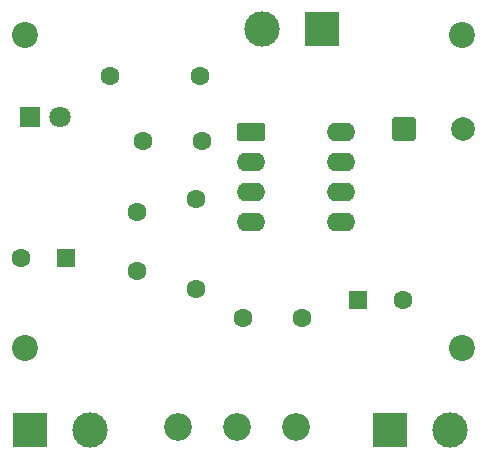
<source format=gbr>
%TF.GenerationSoftware,KiCad,Pcbnew,9.0.4*%
%TF.CreationDate,2025-08-28T09:55:45+02:00*%
%TF.ProjectId,TDA7267,54444137-3236-4372-9e6b-696361645f70,rev?*%
%TF.SameCoordinates,Original*%
%TF.FileFunction,Soldermask,Bot*%
%TF.FilePolarity,Negative*%
%FSLAX46Y46*%
G04 Gerber Fmt 4.6, Leading zero omitted, Abs format (unit mm)*
G04 Created by KiCad (PCBNEW 9.0.4) date 2025-08-28 09:55:45*
%MOMM*%
%LPD*%
G01*
G04 APERTURE LIST*
G04 Aperture macros list*
%AMRoundRect*
0 Rectangle with rounded corners*
0 $1 Rounding radius*
0 $2 $3 $4 $5 $6 $7 $8 $9 X,Y pos of 4 corners*
0 Add a 4 corners polygon primitive as box body*
4,1,4,$2,$3,$4,$5,$6,$7,$8,$9,$2,$3,0*
0 Add four circle primitives for the rounded corners*
1,1,$1+$1,$2,$3*
1,1,$1+$1,$4,$5*
1,1,$1+$1,$6,$7*
1,1,$1+$1,$8,$9*
0 Add four rect primitives between the rounded corners*
20,1,$1+$1,$2,$3,$4,$5,0*
20,1,$1+$1,$4,$5,$6,$7,0*
20,1,$1+$1,$6,$7,$8,$9,0*
20,1,$1+$1,$8,$9,$2,$3,0*%
G04 Aperture macros list end*
%ADD10C,1.600000*%
%ADD11R,3.000000X3.000000*%
%ADD12C,3.000000*%
%ADD13R,1.800000X1.800000*%
%ADD14C,1.800000*%
%ADD15C,2.200000*%
%ADD16RoundRect,0.250000X-0.950000X-0.550000X0.950000X-0.550000X0.950000X0.550000X-0.950000X0.550000X0*%
%ADD17O,2.400000X1.600000*%
%ADD18RoundRect,0.250000X-0.550000X-0.550000X0.550000X-0.550000X0.550000X0.550000X-0.550000X0.550000X0*%
%ADD19RoundRect,0.250000X-0.750000X-0.750000X0.750000X-0.750000X0.750000X0.750000X-0.750000X0.750000X0*%
%ADD20C,2.000000*%
%ADD21RoundRect,0.250000X0.550000X0.550000X-0.550000X0.550000X-0.550000X-0.550000X0.550000X-0.550000X0*%
%ADD22C,2.340000*%
G04 APERTURE END LIST*
D10*
%TO.C,C3*%
X141500000Y-101500000D03*
X141500000Y-96500000D03*
%TD*%
D11*
%TO.C,IN1*%
X162960000Y-115000000D03*
D12*
X168040000Y-115000000D03*
%TD*%
D10*
%TO.C,R1*%
X146500000Y-103000000D03*
X146500000Y-95380000D03*
%TD*%
D13*
%TO.C,D1*%
X132460000Y-88500000D03*
D14*
X135000000Y-88500000D03*
%TD*%
D15*
%TO.C,H1*%
X132000000Y-81500000D03*
%TD*%
D11*
%TO.C,OUT1*%
X157190000Y-81000000D03*
D12*
X152110000Y-81000000D03*
%TD*%
D10*
%TO.C,C5*%
X142000000Y-90500000D03*
X147000000Y-90500000D03*
%TD*%
D15*
%TO.C,H4*%
X169000000Y-108000000D03*
%TD*%
D10*
%TO.C,C1*%
X155500000Y-105500000D03*
X150500000Y-105500000D03*
%TD*%
D16*
%TO.C,U1*%
X151190000Y-89750000D03*
D17*
X151190000Y-92290000D03*
X151190000Y-94830000D03*
X151190000Y-97370000D03*
X158810000Y-97370000D03*
X158810000Y-94830000D03*
X158810000Y-92290000D03*
X158810000Y-89750000D03*
%TD*%
D10*
%TO.C,R2*%
X139190000Y-85000000D03*
X146810000Y-85000000D03*
%TD*%
D11*
%TO.C,VCC1*%
X132420000Y-115000000D03*
D12*
X137500000Y-115000000D03*
%TD*%
D15*
%TO.C,H2*%
X169000000Y-81500000D03*
%TD*%
D18*
%TO.C,C2*%
X160197349Y-104000000D03*
D10*
X163997349Y-104000000D03*
%TD*%
D19*
%TO.C,C6*%
X164132323Y-89500000D03*
D20*
X169132323Y-89500000D03*
%TD*%
D21*
%TO.C,C4*%
X135500000Y-100400000D03*
D10*
X131700000Y-100400000D03*
%TD*%
D22*
%TO.C,RV1*%
X145000000Y-114750000D03*
X150000000Y-114750000D03*
X155000000Y-114750000D03*
%TD*%
D15*
%TO.C,H3*%
X132000000Y-108000000D03*
%TD*%
M02*

</source>
